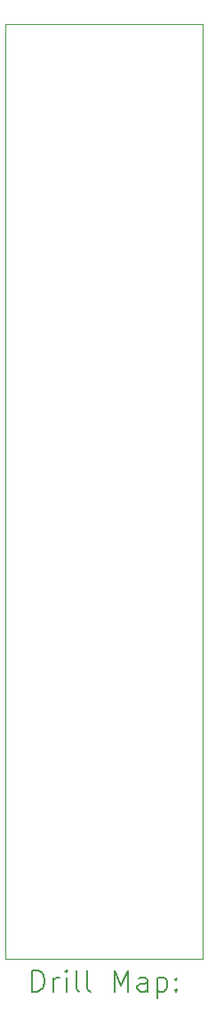
<source format=gbr>
%TF.GenerationSoftware,KiCad,Pcbnew,8.0.8*%
%TF.CreationDate,2025-02-17T15:57:04+09:00*%
%TF.ProjectId,hotdoggu_slimeVR_PCB,686f7464-6f67-4677-955f-736c696d6556,rev?*%
%TF.SameCoordinates,Original*%
%TF.FileFunction,Drillmap*%
%TF.FilePolarity,Positive*%
%FSLAX45Y45*%
G04 Gerber Fmt 4.5, Leading zero omitted, Abs format (unit mm)*
G04 Created by KiCad (PCBNEW 8.0.8) date 2025-02-17 15:57:04*
%MOMM*%
%LPD*%
G01*
G04 APERTURE LIST*
%ADD10C,0.050000*%
%ADD11C,0.200000*%
G04 APERTURE END LIST*
D10*
X14571000Y-4329000D02*
X16451000Y-4329000D01*
X16451000Y-13189000D01*
X14571000Y-13189000D01*
X14571000Y-4329000D01*
D11*
X14829277Y-13502984D02*
X14829277Y-13302984D01*
X14829277Y-13302984D02*
X14876896Y-13302984D01*
X14876896Y-13302984D02*
X14905467Y-13312508D01*
X14905467Y-13312508D02*
X14924515Y-13331555D01*
X14924515Y-13331555D02*
X14934039Y-13350603D01*
X14934039Y-13350603D02*
X14943562Y-13388698D01*
X14943562Y-13388698D02*
X14943562Y-13417269D01*
X14943562Y-13417269D02*
X14934039Y-13455365D01*
X14934039Y-13455365D02*
X14924515Y-13474412D01*
X14924515Y-13474412D02*
X14905467Y-13493460D01*
X14905467Y-13493460D02*
X14876896Y-13502984D01*
X14876896Y-13502984D02*
X14829277Y-13502984D01*
X15029277Y-13502984D02*
X15029277Y-13369650D01*
X15029277Y-13407746D02*
X15038801Y-13388698D01*
X15038801Y-13388698D02*
X15048324Y-13379174D01*
X15048324Y-13379174D02*
X15067372Y-13369650D01*
X15067372Y-13369650D02*
X15086420Y-13369650D01*
X15153086Y-13502984D02*
X15153086Y-13369650D01*
X15153086Y-13302984D02*
X15143562Y-13312508D01*
X15143562Y-13312508D02*
X15153086Y-13322031D01*
X15153086Y-13322031D02*
X15162610Y-13312508D01*
X15162610Y-13312508D02*
X15153086Y-13302984D01*
X15153086Y-13302984D02*
X15153086Y-13322031D01*
X15276896Y-13502984D02*
X15257848Y-13493460D01*
X15257848Y-13493460D02*
X15248324Y-13474412D01*
X15248324Y-13474412D02*
X15248324Y-13302984D01*
X15381658Y-13502984D02*
X15362610Y-13493460D01*
X15362610Y-13493460D02*
X15353086Y-13474412D01*
X15353086Y-13474412D02*
X15353086Y-13302984D01*
X15610229Y-13502984D02*
X15610229Y-13302984D01*
X15610229Y-13302984D02*
X15676896Y-13445841D01*
X15676896Y-13445841D02*
X15743562Y-13302984D01*
X15743562Y-13302984D02*
X15743562Y-13502984D01*
X15924515Y-13502984D02*
X15924515Y-13398222D01*
X15924515Y-13398222D02*
X15914991Y-13379174D01*
X15914991Y-13379174D02*
X15895943Y-13369650D01*
X15895943Y-13369650D02*
X15857848Y-13369650D01*
X15857848Y-13369650D02*
X15838801Y-13379174D01*
X15924515Y-13493460D02*
X15905467Y-13502984D01*
X15905467Y-13502984D02*
X15857848Y-13502984D01*
X15857848Y-13502984D02*
X15838801Y-13493460D01*
X15838801Y-13493460D02*
X15829277Y-13474412D01*
X15829277Y-13474412D02*
X15829277Y-13455365D01*
X15829277Y-13455365D02*
X15838801Y-13436317D01*
X15838801Y-13436317D02*
X15857848Y-13426793D01*
X15857848Y-13426793D02*
X15905467Y-13426793D01*
X15905467Y-13426793D02*
X15924515Y-13417269D01*
X16019753Y-13369650D02*
X16019753Y-13569650D01*
X16019753Y-13379174D02*
X16038801Y-13369650D01*
X16038801Y-13369650D02*
X16076896Y-13369650D01*
X16076896Y-13369650D02*
X16095943Y-13379174D01*
X16095943Y-13379174D02*
X16105467Y-13388698D01*
X16105467Y-13388698D02*
X16114991Y-13407746D01*
X16114991Y-13407746D02*
X16114991Y-13464888D01*
X16114991Y-13464888D02*
X16105467Y-13483936D01*
X16105467Y-13483936D02*
X16095943Y-13493460D01*
X16095943Y-13493460D02*
X16076896Y-13502984D01*
X16076896Y-13502984D02*
X16038801Y-13502984D01*
X16038801Y-13502984D02*
X16019753Y-13493460D01*
X16200705Y-13483936D02*
X16210229Y-13493460D01*
X16210229Y-13493460D02*
X16200705Y-13502984D01*
X16200705Y-13502984D02*
X16191182Y-13493460D01*
X16191182Y-13493460D02*
X16200705Y-13483936D01*
X16200705Y-13483936D02*
X16200705Y-13502984D01*
X16200705Y-13379174D02*
X16210229Y-13388698D01*
X16210229Y-13388698D02*
X16200705Y-13398222D01*
X16200705Y-13398222D02*
X16191182Y-13388698D01*
X16191182Y-13388698D02*
X16200705Y-13379174D01*
X16200705Y-13379174D02*
X16200705Y-13398222D01*
M02*

</source>
